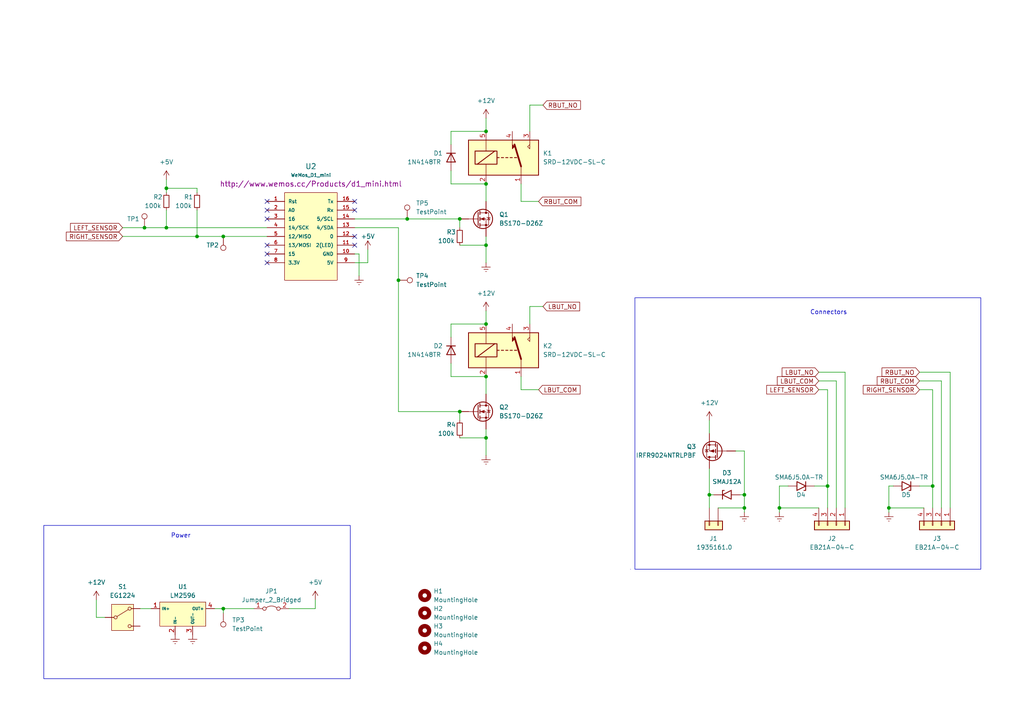
<source format=kicad_sch>
(kicad_sch (version 20231120) (generator "eeschema") (generator_version "8.0")
  (paper "A4")
  (lib_symbols
    (symbol "000-Connectors:1935161.0" (pin_numbers hide) (pin_names (offset 0.254) hide)
      (property "Reference" "J" (at -1.27 3.81 0))
      (property "Value" "1935161.0" (at -5.08 -3.81 0))
      (symbol "1935161.0_1_1"
        (rectangle (start -1.27 -1.143) (end 0 -1.397) (stroke (width 0.1524)))
        (rectangle (start -1.27 1.397) (end 0 1.143) (stroke (width 0.1524)))
        (rectangle (start -1.27 2.54) (end 1.27 -2.54) (stroke (width 0.254)) (fill (type background)))
        (pin passive line (at -5.08 1.27 0) (length 3.81) (name "Pin_1") (number "1"))
        (pin passive line (at -5.08 -1.27 0) (length 3.81) (name "Pin_2") (number "2"))
      )
    )
    (symbol "000-Connectors:4PinScrewTerminal" (pin_names (offset 1.016) hide)
      (property "Reference" "J" (at 0 5.08 0))
      (property "Value" "EB21A-04-C" (at 0 -7.62 0))
      (symbol "4PinScrewTerminal_1_1"
        (rectangle (start -1.27 -4.953) (end 0 -5.207) (stroke (width 0.1524)))
        (rectangle (start -1.27 -2.413) (end 0 -2.667) (stroke (width 0.1524)))
        (rectangle (start -1.27 0.127) (end 0 -0.127) (stroke (width 0.1524)))
        (rectangle (start -1.27 2.667) (end 0 2.413) (stroke (width 0.1524)))
        (rectangle (start -1.27 3.81) (end 1.27 -6.35) (stroke (width 0.254)) (fill (type background)))
        (pin passive line (at -5.08 2.54 0) (length 3.81) (name "Pin_1") (number "1"))
        (pin passive line (at -5.08 0 0) (length 3.81) (name "Pin_2") (number "2"))
        (pin passive line (at -5.08 -2.54 0) (length 3.81) (name "Pin_3") (number "3"))
        (pin passive line (at -5.08 -5.08 0) (length 3.81) (name "Pin_4") (number "4"))
      )
    )
    (symbol "000-Diodes:1N4148TR" (pin_numbers hide) (pin_names (offset 0.254) hide)
      (property "Reference" "D" (at -1.27 2.54 0))
      (property "Value" "1N4148TR" (at -5.08 -2.54 0))
      (symbol "1N4148TR_1_1"
        (polyline (pts (xy 0 1.27) (xy 0 -1.27)) (stroke (width 0.254)))
        (polyline (pts (xy 2.54 0) (xy 0 0)))
        (polyline (pts (xy 2.54 1.27) (xy 2.54 -1.27) (xy 0 0) (xy 2.54 1.27)) (stroke (width 0.254)))
        (pin passive line (at -2.54 0 0) (length 2.54) (name "K") (number "1"))
        (pin passive line (at 5.08 0 180) (length 2.54) (name "A") (number "2"))
      )
    )
    (symbol "000-Diodes:SMA6J5.0A-TR" (pin_numbers hide) (pin_names (offset 1.016) hide)
      (property "Reference" "D" (at 0 2.54 0))
      (property "Value" "SMA6J5.0A-TR" (at 0 -2.54 0))
      (property "PN" "DIO-011" (at 0 0 0))
      (property "Digikey PN" "497-5938-1-ND" (at 0 0 0))
      (symbol "SMA6J5.0A-TR_0_1"
        (polyline (pts (xy -0.762 1.27) (xy -1.27 1.27) (xy -1.27 -1.27)) (stroke (width 0.254)))
        (polyline (pts (xy 1.27 1.27) (xy 1.27 -1.27) (xy -1.27 0) (xy 1.27 1.27)) (stroke (width 0.254)))
      )
      (symbol "SMA6J5.0A-TR_1_1"
        (pin passive line (at -3.81 0 0) (length 2.54) (name "A1") (number "1"))
        (pin passive line (at 3.81 0 180) (length 2.54) (name "A2") (number "2"))
      )
    )
    (symbol "000-Diodes:SMAJ12A" (pin_numbers hide) (pin_names (offset 1.016) hide)
      (property "Reference" "D" (at 0 2.54 0))
      (property "Value" "SMAJ12A" (at 0 -2.54 0))
      (symbol "SMAJ12A_0_1"
        (polyline (pts (xy -0.762 1.27) (xy -1.27 1.27) (xy -1.27 -1.27)) (stroke (width 0.254)))
        (polyline (pts (xy 1.27 1.27) (xy 1.27 -1.27) (xy -1.27 0) (xy 1.27 1.27)) (stroke (width 0.254)))
      )
      (symbol "SMAJ12A_1_1"
        (pin passive line (at -3.81 0 0) (length 2.54) (name "A1") (number "1"))
        (pin passive line (at 3.81 0 180) (length 2.54) (name "A2") (number "2"))
      )
    )
    (symbol "000-MCUs:WeMos_D1_mini" (pin_names (offset 1.016))
      (property "Reference" "U" (at 0 12.7 0))
      (property "Value" "WeMos_D1_mini" (at 0 -12.7 0))
      (property "Datasheet" "http://www.wemos.cc/Products/d1_mini.html" (at 1.27 -16.51 0))
      (symbol "WeMos_D1_mini_1_1"
        (rectangle (start -7.62 11.43) (end 7.62 -13.97) (fill (type background)))
        (pin bidirectional line (at -12.7 8.89 0) (length 5.08) (name "Rst") (number "1"))
        (pin power_in line (at 12.7 -6.35 180) (length 5.08) (name "GND") (number "10"))
        (pin bidirectional line (at 12.7 -3.81 180) (length 5.08) (name "2(LED)") (number "11"))
        (pin bidirectional line (at 12.7 -1.27 180) (length 5.08) (name "0") (number "12"))
        (pin bidirectional line (at 12.7 1.27 180) (length 5.08) (name "4/SDA") (number "13"))
        (pin bidirectional line (at 12.7 3.81 180) (length 5.08) (name "5/SCL") (number "14"))
        (pin bidirectional line (at 12.7 6.35 180) (length 5.08) (name "Rx") (number "15"))
        (pin bidirectional line (at 12.7 8.89 180) (length 5.08) (name "Tx") (number "16"))
        (pin bidirectional line (at -12.7 6.35 0) (length 5.08) (name "A0") (number "2"))
        (pin bidirectional line (at -12.7 3.81 0) (length 5.08) (name "16") (number "3"))
        (pin bidirectional line (at -12.7 1.27 0) (length 5.08) (name "14/SCK") (number "4"))
        (pin bidirectional line (at -12.7 -1.27 0) (length 5.08) (name "12/MISO") (number "5"))
        (pin bidirectional line (at -12.7 -3.81 0) (length 5.08) (name "13/MOSI") (number "6"))
        (pin bidirectional line (at -12.7 -6.35 0) (length 5.08) (name "15") (number "7"))
        (pin power_out line (at -12.7 -8.89 0) (length 5.08) (name "3.3V") (number "8"))
        (pin power_in line (at 12.7 -8.89 180) (length 5.08) (name "5V") (number "9"))
      )
    )
    (symbol "000-Misc:EG1224" (pin_numbers hide) (pin_names (offset 0.254) hide)
      (property "Reference" "S" (at -1.27 -5.08 0))
      (property "Value" "EG1224" (at -3.81 -7.62 0))
      (symbol "EG1224_0_1"
        (circle (center -2.032 0) (radius 0.4572))
        (polyline (pts (xy -1.651 0.254) (xy 1.651 2.286)))
        (circle (center 2.032 -2.54) (radius 0.4572))
        (circle (center 2.032 2.54) (radius 0.4572))
      )
      (symbol "EG1224_1_1"
        (rectangle (start -3.175 3.81) (end 3.175 -3.81) (fill (type background)))
        (pin passive line (at 5.08 -2.54 180) (length 2.54) (name "C") (number "1"))
        (pin passive line (at -5.08 0 0) (length 2.54) (name "B") (number "2"))
        (pin passive line (at 5.08 2.54 180) (length 2.54) (name "A") (number "3"))
      )
    )
    (symbol "000-Misc:LM2596Module"
      (property "Reference" "U" (at -6.35 5.715 0))
      (property "Value" "LM2596" (at 2.54 5.715 0))
      (symbol "LM2596Module_1_1"
        (rectangle (start -6.985 4.445) (end 6.35 -2.54) (fill (type background)))
        (pin passive line (at -9.525 2.54 0) (length 2.54) (name "IN+") (number "1"))
        (pin passive line (at -2.54 -5.08 90) (length 2.54) (name "IN-") (number "2"))
        (pin passive line (at 2.54 -5.08 90) (length 2.54) (name "OUT-") (number "3"))
        (pin passive line (at 8.89 2.54 180) (length 2.54) (name "OUT+") (number "4"))
      )
    )
    (symbol "000-Misc:SRD-12VDC-SL-C"
      (property "Reference" "K" (at 11.43 3.81 0))
      (property "Value" "SRD-12VDC-SL-C" (at 11.43 1.27 0))
      (symbol "SRD-12VDC-SL-C_0_0"
        (polyline (pts (xy 7.62 5.08) (xy 7.62 2.54) (xy 6.985 3.175) (xy 7.62 3.81)))
      )
      (symbol "SRD-12VDC-SL-C_0_1"
        (rectangle (start -10.16 5.08) (end 10.16 -5.08) (stroke (width 0.254)) (fill (type background)))
        (rectangle (start -8.255 1.905) (end -1.905 -1.905) (stroke (width 0.254)))
        (polyline (pts (xy -7.62 -1.905) (xy -2.54 1.905)) (stroke (width 0.254)))
        (polyline (pts (xy -5.08 -5.08) (xy -5.08 -1.905)))
        (polyline (pts (xy -5.08 5.08) (xy -5.08 1.905)))
        (polyline (pts (xy -1.905 0) (xy -1.27 0)) (stroke (width 0.254)))
        (polyline (pts (xy -0.635 0) (xy 0 0)) (stroke (width 0.254)))
        (polyline (pts (xy 0.635 0) (xy 1.27 0)) (stroke (width 0.254)))
        (polyline (pts (xy 1.905 0) (xy 2.54 0)) (stroke (width 0.254)))
        (polyline (pts (xy 3.175 0) (xy 3.81 0)) (stroke (width 0.254)))
        (polyline (pts (xy 5.08 -2.54) (xy 3.175 3.81)) (stroke (width 0.508)))
        (polyline (pts (xy 5.08 -2.54) (xy 5.08 -5.08)))
        (polyline (pts (xy 2.54 5.08) (xy 2.54 2.54) (xy 3.175 3.175) (xy 2.54 3.81)) (fill (type outline)))
      )
      (symbol "SRD-12VDC-SL-C_1_1"
        (pin passive line (at 5.08 -7.62 90) (length 2.54) (name "~") (number "1"))
        (pin passive line (at -5.08 -7.62 90) (length 2.54) (name "~") (number "2"))
        (pin passive line (at 7.62 7.62 270) (length 2.54) (name "~") (number "3"))
        (pin passive line (at 2.54 7.62 270) (length 2.54) (name "~") (number "4"))
        (pin passive line (at -5.08 7.62 270) (length 2.54) (name "~") (number "5"))
      )
    )
    (symbol "000-Mosfets:BS170-D26Z" (pin_numbers hide) (pin_names (offset 0.254) hide)
      (property "Reference" "Q" (at 0.635 -3.81 0))
      (property "Value" "BS170-D26Z" (at 0.635 -5.715 0))
      (symbol "BS170-D26Z_0_1"
        (circle (center -0.889 0) (radius 2.794) (stroke (width 0.254)))
        (circle (center 0 -1.778) (radius 0.254) (fill (type outline)))
        (polyline (pts (xy -2.286 0) (xy -5.08 0)))
        (polyline (pts (xy -2.286 1.905) (xy -2.286 -1.905)) (stroke (width 0.254)))
        (polyline (pts (xy -1.778 -1.27) (xy -1.778 -2.286)) (stroke (width 0.254)))
        (polyline (pts (xy -1.778 0.508) (xy -1.778 -0.508)) (stroke (width 0.254)))
        (polyline (pts (xy -1.778 2.286) (xy -1.778 1.27)) (stroke (width 0.254)))
        (polyline (pts (xy 0 2.54) (xy 0 1.778)))
        (polyline (pts (xy 0 -2.54) (xy 0 0) (xy -1.778 0)))
        (polyline (pts (xy -1.778 -1.778) (xy 0.762 -1.778) (xy 0.762 1.778) (xy -1.778 1.778)))
        (polyline (pts (xy -1.524 0) (xy -0.508 0.381) (xy -0.508 -0.381) (xy -1.524 0)) (fill (type outline)))
        (polyline (pts (xy 0.254 0.508) (xy 0.381 0.381) (xy 1.143 0.381) (xy 1.27 0.254)))
        (polyline (pts (xy 0.762 0.381) (xy 0.381 -0.254) (xy 1.143 -0.254) (xy 0.762 0.381)))
        (circle (center 0 1.778) (radius 0.254) (fill (type outline)))
      )
      (symbol "BS170-D26Z_1_1"
        (pin passive line (at 0 5.08 270) (length 2.54) (name "D") (number "1"))
        (pin input line (at -7.62 0 0) (length 2.54) (name "G") (number "2"))
        (pin passive line (at 0 -5.08 90) (length 2.54) (name "S") (number "3"))
      )
    )
    (symbol "000-Mosfets:IRFR9024NTRLPBF" (pin_numbers hide) (pin_names (offset 0.254) hide)
      (property "Reference" "Q" (at 0.635 -3.81 0))
      (property "Value" "IRFR9024NTRLPBF" (at 0.635 -5.715 0))
      (symbol "IRFR9024NTRLPBF_0_1"
        (circle (center -0.889 0) (radius 2.794) (stroke (width 0.254)))
        (circle (center 0 -1.778) (radius 0.254) (fill (type outline)))
        (polyline (pts (xy -2.286 0) (xy -5.08 0)))
        (polyline (pts (xy -2.286 1.905) (xy -2.286 -1.905)) (stroke (width 0.254)))
        (polyline (pts (xy -1.778 -1.27) (xy -1.778 -2.286)) (stroke (width 0.254)))
        (polyline (pts (xy -1.778 0.508) (xy -1.778 -0.508)) (stroke (width 0.254)))
        (polyline (pts (xy -1.778 2.286) (xy -1.778 1.27)) (stroke (width 0.254)))
        (polyline (pts (xy 0 2.54) (xy 0 1.778)))
        (polyline (pts (xy 0 -2.54) (xy 0 0) (xy -1.778 0)))
        (polyline (pts (xy -1.778 1.778) (xy 0.762 1.778) (xy 0.762 -1.778) (xy -1.778 -1.778)))
        (polyline (pts (xy -0.254 0) (xy -1.27 0.381) (xy -1.27 -0.381) (xy -0.254 0)) (fill (type outline)))
        (polyline (pts (xy 0.254 -0.508) (xy 0.381 -0.381) (xy 1.143 -0.381) (xy 1.27 -0.254)))
        (polyline (pts (xy 0.762 -0.381) (xy 0.381 0.254) (xy 1.143 0.254) (xy 0.762 -0.381)))
        (circle (center 0 1.778) (radius 0.254) (fill (type outline)))
      )
      (symbol "IRFR9024NTRLPBF_1_1"
        (pin input line (at -7.62 0 0) (length 2.54) (name "G") (number "1"))
        (pin passive line (at 0 5.08 270) (length 2.54) (name "D") (number "2"))
        (pin passive line (at 0 -5.08 90) (length 2.54) (name "S") (number "3"))
      )
    )
    (symbol "Connector:TestPoint" (pin_numbers hide) (pin_names (offset 0.762) hide)
      (property "Reference" "TP" (at 0 6.858 0))
      (property "Value" "TestPoint" (at 0 5.08 0))
      (symbol "TestPoint_0_1"
        (circle (center 0 3.302) (radius 0.762))
      )
      (symbol "TestPoint_1_1"
        (pin passive line (at 0 0 90) (length 2.54) (name "1") (number "1"))
      )
    )
    (symbol "Device:R_Small" (pin_numbers hide) (pin_names (offset 0.254) hide)
      (property "Reference" "R" (at 0.762 0.508 0))
      (property "Value" "R_Small" (at 0.762 -1.016 0))
      (symbol "R_Small_0_1"
        (rectangle (start -0.762 1.778) (end 0.762 -1.778) (stroke (width 0.2032)))
      )
      (symbol "R_Small_1_1"
        (pin passive line (at 0 2.54 270) (length 0.762) (name "~") (number "1"))
        (pin passive line (at 0 -2.54 90) (length 0.762) (name "~") (number "2"))
      )
    )
    (symbol "Jumper:Jumper_2_Bridged" (pin_names (offset 0) hide)
      (property "Reference" "JP" (at 0 1.905 0))
      (property "Value" "Jumper_2_Bridged" (at 0 -2.54 0))
      (symbol "Jumper_2_Bridged_0_0"
        (circle (center -2.032 0) (radius 0.508))
        (circle (center 2.032 0) (radius 0.508))
      )
      (symbol "Jumper_2_Bridged_0_1"
        (arc (start 1.524 0.254) (mid 0 0.762) (end -1.524 0.254))
      )
      (symbol "Jumper_2_Bridged_1_1"
        (pin passive line (at -5.08 0 0) (length 2.54) (name "A") (number "1"))
        (pin passive line (at 5.08 0 180) (length 2.54) (name "B") (number "2"))
      )
    )
    (symbol "Mechanical:MountingHole" (pin_names (offset 1.016))
      (property "Reference" "H" (at 0 5.08 0))
      (property "Value" "MountingHole" (at 0 3.175 0))
      (symbol "MountingHole_0_1"
        (circle (center 0 0) (radius 1.27) (stroke (width 1.27)))
      )
    )
    (symbol "power:+12V" (power) (pin_names (offset 0))
      (property "Value" "+12V" (at 0 3.556 0))
      (symbol "+12V_0_1"
        (polyline (pts (xy -0.762 1.27) (xy 0 2.54)))
        (polyline (pts (xy 0 0) (xy 0 2.54)))
        (polyline (pts (xy 0 2.54) (xy 0.762 1.27)))
      )
      (symbol "+12V_1_1"
        (pin power_in line (at 0 0 90) (length 0) hide (name "+12V") (number "1"))
      )
    )
    (symbol "power:+5V" (power) (pin_names (offset 0))
      (property "Value" "+5V" (at 0 3.556 0))
      (symbol "+5V_0_1"
        (polyline (pts (xy -0.762 1.27) (xy 0 2.54)))
        (polyline (pts (xy 0 0) (xy 0 2.54)))
        (polyline (pts (xy 0 2.54) (xy 0.762 1.27)))
      )
      (symbol "+5V_1_1"
        (pin power_in line (at 0 0 90) (length 0) hide (name "+5V") (number "1"))
      )
    )
    (symbol "power:Earth" (power) (pin_names (offset 0))
      (symbol "Earth_0_1"
        (polyline (pts (xy -0.635 -1.905) (xy 0.635 -1.905)))
        (polyline (pts (xy -0.127 -2.54) (xy 0.127 -2.54)))
        (polyline (pts (xy 0 -1.27) (xy 0 0)))
        (polyline (pts (xy 1.27 -1.27) (xy -1.27 -1.27)))
      )
      (symbol "Earth_1_1"
        (pin power_in line (at 0 0 270) (length 0) hide (name "Earth") (number "1"))
      )
    )
  )
  (junction (at 48.26 54.61))
  (junction (at 140.97 127))
  (junction (at 41.91 66.04))
  (junction (at 215.9 147.32))
  (junction (at 215.9 143.51))
  (junction (at 257.81 147.32))
  (junction (at 226.06 147.32))
  (junction (at 133.35 119.38))
  (junction (at 140.97 93.98))
  (junction (at 64.77 68.58))
  (junction (at 140.97 53.34))
  (junction (at 64.77 176.53))
  (junction (at 270.51 140.97))
  (junction (at 140.97 38.1))
  (junction (at 115.57 81.28))
  (junction (at 205.74 143.51))
  (junction (at 240.03 140.97))
  (junction (at 140.97 109.22))
  (junction (at 57.15 68.58))
  (junction (at 48.26 66.04))
  (junction (at 118.11 63.5))
  (junction (at 140.97 71.12))
  (junction (at 133.35 63.5))
  (no_connect (at 77.47 76.2))
  (no_connect (at 77.47 58.42))
  (no_connect (at 77.47 73.66))
  (no_connect (at 77.47 71.12))
  (no_connect (at 77.47 63.5))
  (no_connect (at 102.87 60.96))
  (no_connect (at 77.47 60.96))
  (no_connect (at 102.87 68.58))
  (no_connect (at 102.87 71.12))
  (no_connect (at 102.87 58.42))
  (wire (pts (xy 226.06 140.97) (xy 226.06 147.32)))
  (wire (pts (xy 35.56 66.04) (xy 41.91 66.04)))
  (wire (pts (xy 266.7 140.97) (xy 270.51 140.97)))
  (wire (pts (xy 157.48 88.9) (xy 153.67 88.9)))
  (wire (pts (xy 140.97 109.22) (xy 140.97 114.3)))
  (wire (pts (xy 205.74 143.51) (xy 205.74 147.32)))
  (wire (pts (xy 48.26 52.07) (xy 48.26 54.61)))
  (wire (pts (xy 240.03 113.03) (xy 240.03 140.97)))
  (wire (pts (xy 266.7 110.49) (xy 273.05 110.49)))
  (wire (pts (xy 62.23 176.53) (xy 64.77 176.53)))
  (wire (pts (xy 140.97 76.2) (xy 140.97 71.12)))
  (wire (pts (xy 102.87 66.04) (xy 115.57 66.04)))
  (wire (pts (xy 140.97 127) (xy 140.97 124.46)))
  (wire (pts (xy 153.67 88.9) (xy 153.67 93.98)))
  (wire (pts (xy 102.87 76.2) (xy 106.68 76.2)))
  (wire (pts (xy 118.11 63.5) (xy 133.35 63.5)))
  (wire (pts (xy 130.81 49.53) (xy 130.81 53.34)))
  (wire (pts (xy 257.81 140.97) (xy 257.81 147.32)))
  (wire (pts (xy 115.57 66.04) (xy 115.57 81.28)))
  (wire (pts (xy 57.15 60.96) (xy 57.15 68.58)))
  (wire (pts (xy 140.97 53.34) (xy 140.97 58.42)))
  (wire (pts (xy 270.51 113.03) (xy 270.51 140.97)))
  (wire (pts (xy 259.08 140.97) (xy 257.81 140.97)))
  (wire (pts (xy 48.26 54.61) (xy 48.26 55.88)))
  (wire (pts (xy 205.74 121.92) (xy 205.74 125.73)))
  (wire (pts (xy 133.35 121.92) (xy 133.35 119.38)))
  (wire (pts (xy 57.15 68.58) (xy 64.77 68.58)))
  (wire (pts (xy 41.91 66.04) (xy 48.26 66.04)))
  (wire (pts (xy 130.81 97.79) (xy 130.81 93.98)))
  (wire (pts (xy 130.81 38.1) (xy 140.97 38.1)))
  (wire (pts (xy 242.57 110.49) (xy 242.57 147.32)))
  (wire (pts (xy 91.44 176.53) (xy 91.44 173.99)))
  (wire (pts (xy 64.77 68.58) (xy 77.47 68.58)))
  (wire (pts (xy 156.21 113.03) (xy 151.13 113.03)))
  (wire (pts (xy 64.77 176.53) (xy 73.66 176.53)))
  (wire (pts (xy 27.94 179.07) (xy 27.94 173.99)))
  (wire (pts (xy 140.97 90.17) (xy 140.97 93.98)))
  (wire (pts (xy 153.67 30.48) (xy 153.67 38.1)))
  (wire (pts (xy 140.97 34.29) (xy 140.97 38.1)))
  (wire (pts (xy 102.87 73.66) (xy 104.14 73.66)))
  (wire (pts (xy 257.81 147.32) (xy 267.97 147.32)))
  (wire (pts (xy 48.26 66.04) (xy 77.47 66.04)))
  (wire (pts (xy 83.82 176.53) (xy 91.44 176.53)))
  (wire (pts (xy 130.81 109.22) (xy 140.97 109.22)))
  (wire (pts (xy 130.81 53.34) (xy 140.97 53.34)))
  (wire (pts (xy 215.9 147.32) (xy 215.9 148.59)))
  (wire (pts (xy 226.06 147.32) (xy 226.06 148.59)))
  (wire (pts (xy 245.11 107.95) (xy 245.11 147.32)))
  (wire (pts (xy 57.15 54.61) (xy 57.15 55.88)))
  (wire (pts (xy 104.14 73.66) (xy 104.14 80.01)))
  (wire (pts (xy 140.97 132.08) (xy 140.97 127)))
  (wire (pts (xy 215.9 130.81) (xy 215.9 143.51)))
  (wire (pts (xy 240.03 140.97) (xy 240.03 147.32)))
  (wire (pts (xy 64.77 177.8) (xy 64.77 176.53)))
  (wire (pts (xy 266.7 113.03) (xy 270.51 113.03)))
  (wire (pts (xy 27.94 179.07) (xy 30.48 179.07)))
  (wire (pts (xy 237.49 107.95) (xy 245.11 107.95)))
  (wire (pts (xy 140.97 71.12) (xy 140.97 68.58)))
  (wire (pts (xy 115.57 119.38) (xy 133.35 119.38)))
  (wire (pts (xy 205.74 135.89) (xy 205.74 143.51)))
  (wire (pts (xy 48.26 54.61) (xy 57.15 54.61)))
  (wire (pts (xy 133.35 63.5) (xy 133.35 66.04)))
  (wire (pts (xy 102.87 63.5) (xy 118.11 63.5)))
  (wire (pts (xy 213.36 130.81) (xy 215.9 130.81)))
  (wire (pts (xy 35.56 68.58) (xy 57.15 68.58)))
  (polyline (pts (xy 182.88 165.1) (xy 182.88 165.1)))
  (wire (pts (xy 106.68 76.2) (xy 106.68 72.39)))
  (wire (pts (xy 157.48 30.48) (xy 153.67 30.48)))
  (wire (pts (xy 215.9 143.51) (xy 215.9 147.32)))
  (wire (pts (xy 237.49 110.49) (xy 242.57 110.49)))
  (wire (pts (xy 130.81 105.41) (xy 130.81 109.22)))
  (wire (pts (xy 40.64 176.53) (xy 43.815 176.53)))
  (wire (pts (xy 133.35 71.12) (xy 140.97 71.12)))
  (wire (pts (xy 270.51 140.97) (xy 270.51 147.32)))
  (wire (pts (xy 228.6 140.97) (xy 226.06 140.97)))
  (wire (pts (xy 257.81 147.32) (xy 257.81 148.59)))
  (wire (pts (xy 266.7 107.95) (xy 275.59 107.95)))
  (wire (pts (xy 48.26 60.96) (xy 48.26 66.04)))
  (wire (pts (xy 156.21 58.42) (xy 151.13 58.42)))
  (wire (pts (xy 208.28 147.32) (xy 215.9 147.32)))
  (wire (pts (xy 237.49 113.03) (xy 240.03 113.03)))
  (wire (pts (xy 275.59 107.95) (xy 275.59 147.32)))
  (wire (pts (xy 226.06 147.32) (xy 237.49 147.32)))
  (wire (pts (xy 130.81 93.98) (xy 140.97 93.98)))
  (wire (pts (xy 236.22 140.97) (xy 240.03 140.97)))
  (wire (pts (xy 273.05 110.49) (xy 273.05 147.32)))
  (wire (pts (xy 133.35 127) (xy 140.97 127)))
  (wire (pts (xy 214.63 143.51) (xy 215.9 143.51)))
  (wire (pts (xy 151.13 58.42) (xy 151.13 53.34)))
  (wire (pts (xy 205.74 143.51) (xy 207.01 143.51)))
  (wire (pts (xy 115.57 81.28) (xy 115.57 119.38)))
  (wire (pts (xy 151.13 113.03) (xy 151.13 109.22)))
  (wire (pts (xy 130.81 41.91) (xy 130.81 38.1)))
  (rectangle (start 184.15 86.36) (end 284.48 165.1))
  (rectangle (start 12.7 152.4) (end 101.6 196.85))
  (text "Connectors" (at 234.95 91.44 0) (effects (font (size 1.27 1.27)) (justify left bottom)))
  (text "Power" (at 49.53 156.21 0) (effects (font (size 1.27 1.27)) (justify left bottom)))
  (global_label "RIGHT_SENSOR" (shape input) (at 266.7 113.03 180) (property "Intersheetrefs" "${INTERSHEET_REFS}" (effects (hide yes))))
  (global_label "LBUT_COM" (shape input) (at 156.21 113.03 0) (property "Intersheetrefs" "${INTERSHEET_REFS}" (effects (hide yes))))
  (global_label "LEFT_SENSOR" (shape input) (at 35.56 66.04 180) (property "Intersheetrefs" "${INTERSHEET_REFS}" (effects (hide yes))))
  (global_label "RIGHT_SENSOR" (shape input) (at 35.56 68.58 180) (property "Intersheetrefs" "${INTERSHEET_REFS}" (effects (hide yes))))
  (global_label "RBUT_COM" (shape input) (at 156.21 58.42 0) (property "Intersheetrefs" "${INTERSHEET_REFS}" (effects (hide yes))))
  (global_label "LBUT_NO" (shape input) (at 157.48 88.9 0) (property "Intersheetrefs" "${INTERSHEET_REFS}" (effects (hide yes))))
  (global_label "LEFT_SENSOR" (shape input) (at 237.49 113.03 180) (property "Intersheetrefs" "${INTERSHEET_REFS}" (effects (hide yes))))
  (global_label "RBUT_NO" (shape input) (at 157.48 30.48 0) (property "Intersheetrefs" "${INTERSHEET_REFS}" (effects (hide yes))))
  (global_label "RBUT_COM" (shape input) (at 266.7 110.49 180) (property "Intersheetrefs" "${INTERSHEET_REFS}" (effects (hide yes))))
  (global_label "LBUT_NO" (shape input) (at 237.49 107.95 180) (property "Intersheetrefs" "${INTERSHEET_REFS}" (effects (hide yes))))
  (global_label "RBUT_NO" (shape input) (at 266.7 107.95 180) (property "Intersheetrefs" "${INTERSHEET_REFS}" (effects (hide yes))))
  (global_label "LBUT_COM" (shape input) (at 237.49 110.49 180) (property "Intersheetrefs" "${INTERSHEET_REFS}" (effects (hide yes))))
  (symbol (lib_id "Mechanical:MountingHole") (at 123.19 187.96 0) (unit 1)
    (property "Reference" "H4" (at 125.73 186.69 0) (effects (justify left)))
    (property "Value" "MountingHole" (at 125.73 189.23 0) (effects (justify left)))
    (property "Footprint" "MountingHole:MountingHole_3.2mm_M3" (effects (hide yes)))
  )
  (symbol (lib_id "power:+12V") (at 140.97 34.29 0) (unit 1)
    (property "Reference" "#PWR08" (effects (hide yes)))
    (property "Value" "+12V" (at 140.97 29.21 0))
  )
  (symbol (lib_id "000-Misc:EG1224") (at 35.56 179.07 0) (unit 1)
    (property "Reference" "S1" (at 35.56 170.18 0))
    (property "Value" "EG1224" (at 35.56 172.72 0))
    (property "Footprint" "000-Footprints:SW_E-Switch_EG1224_SPDT_Angled" (effects (hide yes)))
    (property "PN" "MISC-006" (effects (hide yes)))
    (property "Digikey PN" "EG2585-ND" (effects (hide yes)))
  )
  (symbol (lib_id "000-Connectors:1935161.0") (at 207.01 152.4 270) (unit 1)
    (property "Reference" "J1" (at 205.74 156.21 90) (effects (justify left)))
    (property "Value" "1935161.0" (at 201.93 158.75 90) (effects (justify left)))
    (property "Footprint" "TerminalBlock:TerminalBlock_bornier-2_P5.08mm" (effects (hide yes)))
    (property "PN" "CON-005" (effects (hide yes)))
    (property "Digikey PN" "https://www.aliexpress.us/item/3256805408760426.html" (effects (hide yes)))
  )
  (symbol (lib_id "000-Diodes:1N4148TR") (at 130.81 44.45 270) (unit 1)
    (property "Reference" "D1" (at 125.73 44.45 90) (effects (justify left)))
    (property "Value" "1N4148TR" (at 118.11 46.99 90) (effects (justify left)))
    (property "Footprint" "Diode_THT:D_DO-35_SOD27_P10.16mm_Horizontal" (effects (hide yes)))
    (property "PN" "DIO-004" (effects (hide yes)))
    (property "Digikey PN" "1N4148FSCT-ND" (effects (hide yes)))
  )
  (symbol (lib_id "power:Earth") (at 104.14 80.01 0) (unit 1)
    (property "Reference" "#PWR06" (effects (hide yes)))
    (property "Value" "Earth" (effects (hide yes)))
  )
  (symbol (lib_id "000-MCUs:WeMos_D1_mini") (at 90.17 67.31 0) (unit 1)
    (property "Reference" "U2" (at 90.17 48.26 0) (effects (font (size 1.524 1.524))))
    (property "Value" "WeMos_D1_mini" (at 90.17 50.8 0) (effects (font (size 1 1))))
    (property "Footprint" "000-Footprints:wemos-d1-mini-with-pin-header-and-connector" (effects (hide yes)))
    (property "Datasheet" "http://www.wemos.cc/Products/d1_mini.html" (at 90.17 53.34 0) (effects (font (size 1.524 1.524))))
    (property "Digikey PN" "https://www.aliexpress.us/item/3256805831695231.html" (effects (hide yes)))
  )
  (symbol (lib_id "Jumper:Jumper_2_Bridged") (at 78.74 176.53 0) (unit 1)
    (property "Reference" "JP1" (at 78.74 171.45 0))
    (property "Value" "Jumper_2_Bridged" (at 78.74 173.99 0))
    (property "Footprint" "Connector_PinHeader_2.54mm:PinHeader_1x02_P2.54mm_Vertical" (effects (hide yes)))
    (property "Digikey PN" "S9337-ND" (effects (hide yes)))
  )
  (symbol (lib_id "power:+5V") (at 91.44 173.99 0) (unit 1)
    (property "Reference" "#PWR05" (effects (hide yes)))
    (property "Value" "+5V" (at 91.44 168.91 0))
  )
  (symbol (lib_id "power:Earth") (at 226.06 148.59 0) (unit 1)
    (property "Reference" "#PWR014" (effects (hide yes)))
    (property "Value" "Earth" (effects (hide yes)))
  )
  (symbol (lib_id "power:Earth") (at 50.8 184.15 0) (unit 1)
    (property "Reference" "#PWR02" (effects (hide yes)))
    (property "Value" "Earth" (effects (hide yes)))
  )
  (symbol (lib_id "Device:R_Small") (at 133.35 124.46 0) (unit 1)
    (property "Reference" "R4" (at 129.54 123.19 0) (effects (justify left)))
    (property "Value" "100k" (at 127 125.73 0) (effects (justify left)))
    (property "Footprint" "Resistor_THT:R_Axial_DIN0207_L6.3mm_D2.5mm_P15.24mm_Horizontal" (effects (hide yes)))
  )
  (symbol (lib_id "Mechanical:MountingHole") (at 123.19 177.8 0) (unit 1)
    (property "Reference" "H2" (at 125.73 176.53 0) (effects (justify left)))
    (property "Value" "MountingHole" (at 125.73 179.07 0) (effects (justify left)))
    (property "Footprint" "MountingHole:MountingHole_3.2mm_M3" (effects (hide yes)))
  )
  (symbol (lib_id "power:Earth") (at 140.97 76.2 0) (unit 1)
    (property "Reference" "#PWR09" (effects (hide yes)))
    (property "Value" "Earth" (effects (hide yes)))
  )
  (symbol (lib_id "power:+5V") (at 106.68 72.39 0) (unit 1)
    (property "Reference" "#PWR07" (effects (hide yes)))
    (property "Value" "+5V" (at 106.68 68.58 0))
  )
  (symbol (lib_id "Mechanical:MountingHole") (at 123.19 172.72 0) (unit 1)
    (property "Reference" "H1" (at 125.73 171.45 0) (effects (justify left)))
    (property "Value" "MountingHole" (at 125.73 173.99 0) (effects (justify left)))
    (property "Footprint" "MountingHole:MountingHole_3.2mm_M3" (effects (hide yes)))
  )
  (symbol (lib_id "000-Misc:SRD-12VDC-SL-C") (at 146.05 45.72 0) (unit 1)
    (property "Reference" "K1" (at 157.48 44.45 0) (effects (justify left)))
    (property "Value" "SRD-12VDC-SL-C" (at 157.48 46.99 0) (effects (justify left)))
    (property "Footprint" "000-Footprints:Relay_SPDT_Songle" (effects (hide yes)))
    (property "Datasheet" "https://www.finder-relais.net/de/finder-relais-serie-40.pdf" (effects (hide yes)))
    (property "Digikey PN" "https://www.aliexpress.us/item/3256802839040760.html" (effects (hide yes)))
  )
  (symbol (lib_id "power:Earth") (at 140.97 132.08 0) (unit 1)
    (property "Reference" "#PWR011" (effects (hide yes)))
    (property "Value" "Earth" (effects (hide yes)))
  )
  (symbol (lib_id "000-Diodes:SMA6J5.0A-TR") (at 232.41 140.97 180) (unit 1)
    (property "Reference" "D4" (at 233.68 143.51 0) (effects (justify left)))
    (property "Value" "SMA6J5.0A-TR" (at 238.76 138.43 0) (effects (justify left)))
    (property "Footprint" "Diode_SMD:D_SMA_Handsoldering" (effects (hide yes)))
    (property "Datasheet" "https://www.st.com/content/ccc/resource/technical/document/datasheet/56/26/d7/6f/22/8c/4e/b3/CD00152688.pdf/files/CD00152688.pdf/_jcr_content/translations/en.CD00152688.pdf" (effects (hide yes)))
    (property "PN" "DIO-011" (effects (hide yes)))
    (property "Digikey PN" "497-5938-1-ND" (effects (hide yes)))
  )
  (symbol (lib_id "power:+5V") (at 48.26 52.07 0) (unit 1)
    (property "Reference" "#PWR03" (effects (hide yes)))
    (property "Value" "+5V" (at 48.26 46.99 0))
  )
  (symbol (lib_id "Device:R_Small") (at 48.26 58.42 0) (unit 1)
    (property "Reference" "R2" (at 44.45 57.15 0) (effects (justify left)))
    (property "Value" "100k" (at 41.91 59.69 0) (effects (justify left)))
    (property "Footprint" "Resistor_THT:R_Axial_DIN0207_L6.3mm_D2.5mm_P15.24mm_Horizontal" (effects (hide yes)))
  )
  (symbol (lib_id "power:Earth") (at 55.88 184.15 0) (unit 1)
    (property "Reference" "#PWR04" (effects (hide yes)))
    (property "Value" "Earth" (effects (hide yes)))
  )
  (symbol (lib_id "power:Earth") (at 215.9 148.59 0) (unit 1)
    (property "Reference" "#PWR013" (effects (hide yes)))
    (property "Value" "Earth" (effects (hide yes)))
  )
  (symbol (lib_id "power:+12V") (at 140.97 90.17 0) (unit 1)
    (property "Reference" "#PWR010" (effects (hide yes)))
    (property "Value" "+12V" (at 140.97 85.09 0))
  )
  (symbol (lib_id "Device:R_Small") (at 57.15 58.42 0) (unit 1)
    (property "Reference" "R1" (at 53.34 57.15 0) (effects (justify left)))
    (property "Value" "100k" (at 50.8 59.69 0) (effects (justify left)))
    (property "Footprint" "Resistor_THT:R_Axial_DIN0207_L6.3mm_D2.5mm_P15.24mm_Horizontal" (effects (hide yes)))
  )
  (symbol (lib_id "000-Mosfets:BS170-D26Z") (at 140.97 119.38 0) (unit 1)
    (property "Reference" "Q2" (at 144.78 118.11 0) (effects (justify left)))
    (property "Value" "BS170-D26Z" (at 144.78 120.65 0) (effects (justify left)))
    (property "Footprint" "Package_TO_SOT_THT:TO-92_Inline_Wide" (effects (hide yes)))
    (property "PN" "FET-002" (effects (hide yes)))
    (property "Digikey PN" "BS170-D26ZCT-ND" (effects (hide yes)))
  )
  (symbol (lib_id "power:+12V") (at 205.74 121.92 0) (unit 1)
    (property "Reference" "#PWR012" (effects (hide yes)))
    (property "Value" "+12V" (at 205.74 116.84 0))
  )
  (symbol (lib_id "Device:R_Small") (at 133.35 68.58 0) (unit 1)
    (property "Reference" "R3" (at 129.54 67.31 0) (effects (justify left)))
    (property "Value" "100k" (at 127 69.85 0) (effects (justify left)))
    (property "Footprint" "Resistor_THT:R_Axial_DIN0207_L6.3mm_D2.5mm_P15.24mm_Horizontal" (effects (hide yes)))
  )
  (symbol (lib_id "000-Misc:SRD-12VDC-SL-C") (at 146.05 101.6 0) (unit 1)
    (property "Reference" "K2" (at 157.48 100.33 0) (effects (justify left)))
    (property "Value" "SRD-12VDC-SL-C" (at 157.48 102.87 0) (effects (justify left)))
    (property "Footprint" "000-Footprints:Relay_SPDT_Songle" (effects (hide yes)))
    (property "Datasheet" "https://www.finder-relais.net/de/finder-relais-serie-40.pdf" (effects (hide yes)))
    (property "Digikey PN" "https://www.aliexpress.us/item/3256802839040760.html" (effects (hide yes)))
  )
  (symbol (lib_id "000-Connectors:4PinScrewTerminal") (at 273.05 152.4 270) (unit 1)
    (property "Reference" "J3" (at 271.78 156.21 90))
    (property "Value" "EB21A-04-C" (at 271.78 158.75 90))
    (property "Footprint" "TerminalBlock:TerminalBlock_bornier-4_P5.08mm" (effects (hide yes)))
    (property "Digikey PN" "https://www.aliexpress.us/item/3256805408760426.html" (effects (hide yes)))
  )
  (symbol (lib_id "Connector:TestPoint") (at 41.91 66.04 0) (unit 1)
    (property "Reference" "TP1" (at 36.83 63.5 0) (effects (justify left)))
    (property "Value" "TestPoint" (effects (hide yes)))
    (property "Footprint" "TestPoint:TestPoint_Pad_1.5x1.5mm" (effects (hide yes)))
  )
  (symbol (lib_id "Mechanical:MountingHole") (at 123.19 182.88 0) (unit 1)
    (property "Reference" "H3" (at 125.73 181.61 0) (effects (justify left)))
    (property "Value" "MountingHole" (at 125.73 184.15 0) (effects (justify left)))
    (property "Footprint" "MountingHole:MountingHole_3.2mm_M3" (effects (hide yes)))
  )
  (symbol (lib_id "000-Diodes:1N4148TR") (at 130.81 100.33 270) (unit 1)
    (property "Reference" "D2" (at 125.73 100.33 90) (effects (justify left)))
    (property "Value" "1N4148TR" (at 118.11 102.87 90) (effects (justify left)))
    (property "Footprint" "Diode_THT:D_DO-35_SOD27_P10.16mm_Horizontal" (effects (hide yes)))
    (property "PN" "DIO-004" (effects (hide yes)))
    (property "Digikey PN" "1N4148FSCT-ND" (effects (hide yes)))
  )
  (symbol (lib_id "000-Mosfets:BS170-D26Z") (at 140.97 63.5 0) (unit 1)
    (property "Reference" "Q1" (at 144.78 62.23 0) (effects (justify left)))
    (property "Value" "BS170-D26Z" (at 144.78 64.77 0) (effects (justify left)))
    (property "Footprint" "Package_TO_SOT_THT:TO-92_Inline_Wide" (effects (hide yes)))
    (property "PN" "FET-002" (effects (hide yes)))
    (property "Digikey PN" "BS170-D26ZCT-ND" (effects (hide yes)))
  )
  (symbol (lib_id "Connector:TestPoint") (at 64.77 177.8 180) (unit 1)
    (property "Reference" "TP3" (at 67.31 179.832 0) (effects (justify right)))
    (property "Value" "TestPoint" (at 67.31 182.372 0) (effects (justify right)))
    (property "Footprint" "TestPoint:TestPoint_Pad_1.5x1.5mm" (effects (hide yes)))
  )
  (symbol (lib_id "000-Misc:LM2596Module") (at 53.34 179.07 0) (unit 1)
    (property "Reference" "U1" (at 53.0225 170.18 0))
    (property "Value" "LM2596" (at 53.0225 172.72 0))
    (property "Footprint" "000-Footprints:LM2596Module" (effects (hide yes)))
    (property "PN" "MISC-009" (effects (hide yes)))
    (property "Digikey PN" "https://www.aliexpress.us/item/3256804718557368.html" (effects (hide yes)))
  )
  (symbol (lib_id "000-Mosfets:IRFR9024NTRLPBF") (at 205.74 130.81 180) (unit 1)
    (property "Reference" "Q3" (at 201.93 129.54 0) (effects (justify left)))
    (property "Value" "IRFR9024NTRLPBF" (at 201.93 132.08 0) (effects (justify left)))
    (property "Footprint" "Package_TO_SOT_SMD:TO-252-2" (effects (hide yes)))
    (property "PN" "FET-007" (effects (hide yes)))
    (property "Digikey PN" "IRFR9024NTRLPBFCT-ND" (effects (hide yes)))
  )
  (symbol (lib_id "Connector:TestPoint") (at 115.57 81.28 270) (unit 1)
    (property "Reference" "TP4" (at 120.65 80.01 90) (effects (justify left)))
    (property "Value" "TestPoint" (at 120.65 82.55 90) (effects (justify left)))
    (property "Footprint" "TestPoint:TestPoint_Pad_1.5x1.5mm" (effects (hide yes)))
  )
  (symbol (lib_id "power:Earth") (at 257.81 148.59 0) (unit 1)
    (property "Reference" "#PWR015" (effects (hide yes)))
    (property "Value" "Earth" (effects (hide yes)))
  )
  (symbol (lib_id "000-Connectors:4PinScrewTerminal") (at 242.57 152.4 270) (unit 1)
    (property "Reference" "J2" (at 241.3 156.21 90))
    (property "Value" "EB21A-04-C" (at 241.3 158.75 90))
    (property "Footprint" "TerminalBlock:TerminalBlock_bornier-4_P5.08mm" (effects (hide yes)))
    (property "Digikey PN" "https://www.aliexpress.us/item/3256805408760426.html" (effects (hide yes)))
  )
  (symbol (lib_id "Connector:TestPoint") (at 64.77 68.58 180) (unit 1)
    (property "Reference" "TP2" (at 63.5 71.12 0) (effects (justify left)))
    (property "Value" "TestPoint" (effects (hide yes)))
    (property "Footprint" "TestPoint:TestPoint_Pad_1.5x1.5mm" (effects (hide yes)))
  )
  (symbol (lib_id "000-Diodes:SMAJ12A") (at 210.82 143.51 0) (unit 1)
    (property "Reference" "D3" (at 210.82 137.16 0))
    (property "Value" "SMAJ12A" (at 210.82 139.7 0))
    (property "Footprint" "Diode_SMD:D_SMA_Handsoldering" (effects (hide yes)))
    (property "Datasheet" "https://www.littelfuse.com/~/media/electronics/datasheets/tvs_diodes/littelfuse_tvs_diode_smaj_datasheet.pdf.pdf" (effects (hide yes)))
    (property "PN" "DIO-014" (effects (hide yes)))
    (property "Digikey PN" "SMAJ12ALFCT-ND" (effects (hide yes)))
  )
  (symbol (lib_id "power:+12V") (at 27.94 173.99 0) (unit 1)
    (property "Reference" "#PWR01" (effects (hide yes)))
    (property "Value" "+12V" (at 27.94 168.91 0))
  )
  (symbol (lib_id "Connector:TestPoint") (at 118.11 63.5 0) (unit 1)
    (property "Reference" "TP5" (at 120.65 58.928 0) (effects (justify left)))
    (property "Value" "TestPoint" (at 120.65 61.468 0) (effects (justify left)))
    (property "Footprint" "TestPoint:TestPoint_Pad_1.5x1.5mm" (effects (hide yes)))
  )
  (symbol (lib_id "000-Diodes:SMA6J5.0A-TR") (at 262.89 140.97 180) (unit 1)
    (property "Reference" "D5" (at 264.16 143.51 0) (effects (justify left)))
    (property "Value" "SMA6J5.0A-TR" (at 269.24 138.43 0) (effects (justify left)))
    (property "Footprint" "Diode_SMD:D_SMA_Handsoldering" (effects (hide yes)))
    (property "Datasheet" "https://www.st.com/content/ccc/resource/technical/document/datasheet/56/26/d7/6f/22/8c/4e/b3/CD00152688.pdf/files/CD00152688.pdf/_jcr_content/translations/en.CD00152688.pdf" (effects (hide yes)))
    (property "PN" "DIO-011" (effects (hide yes)))
    (property "Digikey PN" "497-5938-1-ND" (effects (hide yes)))
  )
)
</source>
